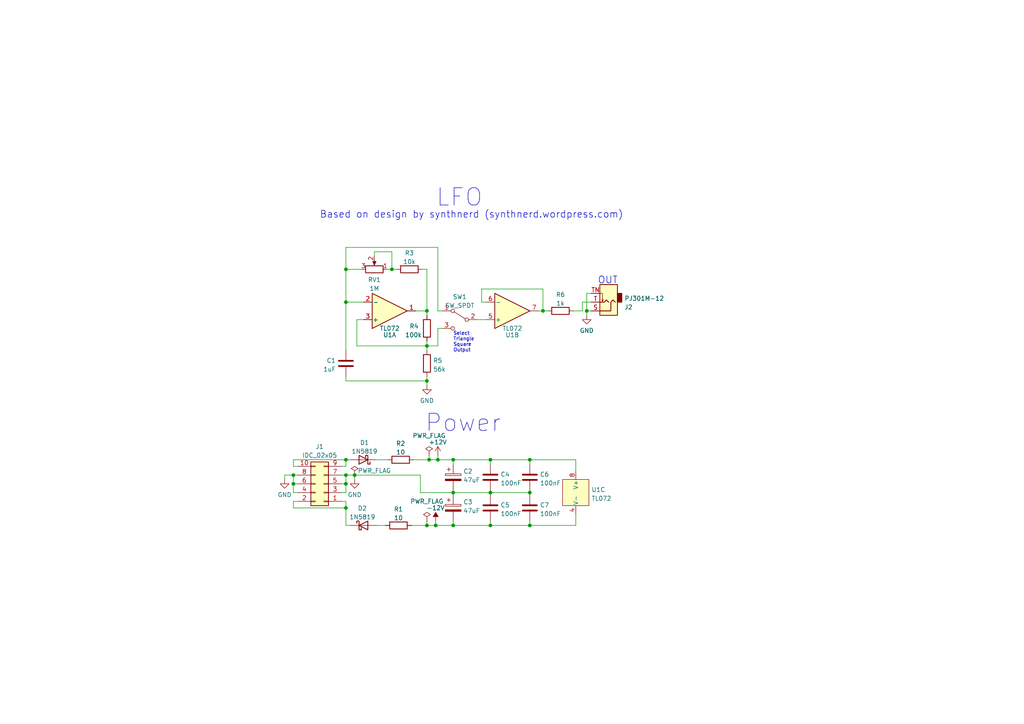
<source format=kicad_sch>
(kicad_sch (version 20211123) (generator eeschema)
  (paper "A4")
  (title_block (title "RW_EM_LFO_A") (date "2022-10-19") (rev "2022-10-19") (comment 1 "Licensed under CERN-OHL-S v2+"))
  (lib_symbols
    (symbol "Connector_Generic:Conn_02x05_Odd_Even" (pin_names (offset 1.016) hide)
      (property "Reference" "J" (at 1.27 7.62 0))
      (property "Value" "Conn_02x05_Odd_Even" (at 1.27 -7.62 0))
      (symbol "Conn_02x05_Odd_Even_1_1"
        (rectangle (start -1.27 -4.953) (end 0 -5.207) (stroke (width 0.1524)))
        (rectangle (start -1.27 -2.413) (end 0 -2.667) (stroke (width 0.1524)))
        (rectangle (start -1.27 0.127) (end 0 -0.127) (stroke (width 0.1524)))
        (rectangle (start -1.27 2.667) (end 0 2.413) (stroke (width 0.1524)))
        (rectangle (start -1.27 5.207) (end 0 4.953) (stroke (width 0.1524)))
        (rectangle (start -1.27 6.35) (end 3.81 -6.35) (stroke (width 0.254)) (fill (type background)))
        (rectangle (start 3.81 -4.953) (end 2.54 -5.207) (stroke (width 0.1524)))
        (rectangle (start 3.81 -2.413) (end 2.54 -2.667) (stroke (width 0.1524)))
        (rectangle (start 3.81 0.127) (end 2.54 -0.127) (stroke (width 0.1524)))
        (rectangle (start 3.81 2.667) (end 2.54 2.413) (stroke (width 0.1524)))
        (rectangle (start 3.81 5.207) (end 2.54 4.953) (stroke (width 0.1524)))
        (pin passive line (at -5.08 5.08 0) (length 3.81) (name "Pin_1") (number "1"))
        (pin passive line (at 7.62 -5.08 180) (length 3.81) (name "Pin_10") (number "10"))
        (pin passive line (at 7.62 5.08 180) (length 3.81) (name "Pin_2") (number "2"))
        (pin passive line (at -5.08 2.54 0) (length 3.81) (name "Pin_3") (number "3"))
        (pin passive line (at 7.62 2.54 180) (length 3.81) (name "Pin_4") (number "4"))
        (pin passive line (at -5.08 0 0) (length 3.81) (name "Pin_5") (number "5"))
        (pin passive line (at 7.62 0 180) (length 3.81) (name "Pin_6") (number "6"))
        (pin passive line (at -5.08 -2.54 0) (length 3.81) (name "Pin_7") (number "7"))
        (pin passive line (at 7.62 -2.54 180) (length 3.81) (name "Pin_8") (number "8"))
        (pin passive line (at -5.08 -5.08 0) (length 3.81) (name "Pin_9") (number "9"))
      )
    )
    (symbol "Device:C" (pin_numbers hide) (pin_names (offset 0.254))
      (property "Reference" "C" (at 0.635 2.54 0))
      (property "Value" "C" (at 0.635 -2.54 0))
      (symbol "C_0_1"
        (polyline (pts (xy -2.032 -0.762) (xy 2.032 -0.762)) (stroke (width 0.508)))
        (polyline (pts (xy -2.032 0.762) (xy 2.032 0.762)) (stroke (width 0.508)))
      )
      (symbol "C_1_1"
        (pin passive line (at 0 3.81 270) (length 2.794) (name "~") (number "1"))
        (pin passive line (at 0 -3.81 90) (length 2.794) (name "~") (number "2"))
      )
    )
    (symbol "Device:C_Polarized" (pin_numbers hide) (pin_names (offset 0.254))
      (property "Reference" "C" (at 0.635 2.54 0))
      (property "Value" "C_Polarized" (at 0.635 -2.54 0))
      (symbol "C_Polarized_0_1"
        (rectangle (start -2.286 0.508) (end 2.286 1.016))
        (polyline (pts (xy -1.778 2.286) (xy -0.762 2.286)))
        (polyline (pts (xy -1.27 2.794) (xy -1.27 1.778)))
        (rectangle (start 2.286 -0.508) (end -2.286 -1.016) (fill (type outline)))
      )
      (symbol "C_Polarized_1_1"
        (pin passive line (at 0 3.81 270) (length 2.794) (name "~") (number "1"))
        (pin passive line (at 0 -3.81 90) (length 2.794) (name "~") (number "2"))
      )
    )
    (symbol "Device:R" (pin_numbers hide) (pin_names (offset 0))
      (property "Reference" "R" (at 2.032 0 90))
      (property "Value" "R" (at 0 0 90))
      (symbol "R_0_1"
        (rectangle (start -1.016 -2.54) (end 1.016 2.54) (stroke (width 0.254)))
      )
      (symbol "R_1_1"
        (pin passive line (at 0 3.81 270) (length 1.27) (name "~") (number "1"))
        (pin passive line (at 0 -3.81 90) (length 1.27) (name "~") (number "2"))
      )
    )
    (symbol "Device:R_Potentiometer" (pin_names (offset 1.016) hide)
      (property "Reference" "RV" (at -4.445 0 90))
      (property "Value" "R_Potentiometer" (at -2.54 0 90))
      (symbol "R_Potentiometer_0_1"
        (polyline (pts (xy 2.54 0) (xy 1.524 0)))
        (polyline (pts (xy 1.143 0) (xy 2.286 0.508) (xy 2.286 -0.508) (xy 1.143 0)) (fill (type outline)))
        (rectangle (start 1.016 2.54) (end -1.016 -2.54) (stroke (width 0.254)))
      )
      (symbol "R_Potentiometer_1_1"
        (pin passive line (at 0 3.81 270) (length 1.27) (name "1") (number "1"))
        (pin passive line (at 3.81 0 180) (length 1.27) (name "2") (number "2"))
        (pin passive line (at 0 -3.81 90) (length 1.27) (name "3") (number "3"))
      )
    )
    (symbol "Diode:1N5819" (pin_numbers hide) (pin_names (offset 1.016) hide)
      (property "Reference" "D" (at 0 2.54 0))
      (property "Value" "1N5819" (at 0 -2.54 0))
      (symbol "1N5819_0_1"
        (polyline (pts (xy 1.27 0) (xy -1.27 0)))
        (polyline (pts (xy 1.27 1.27) (xy 1.27 -1.27) (xy -1.27 0) (xy 1.27 1.27)) (stroke (width 0.254)))
        (polyline (pts (xy -1.905 0.635) (xy -1.905 1.27) (xy -1.27 1.27) (xy -1.27 -1.27) (xy -0.635 -1.27) (xy -0.635 -0.635)) (stroke (width 0.254)))
      )
      (symbol "1N5819_1_1"
        (pin passive line (at -3.81 0 0) (length 2.54) (name "K") (number "1"))
        (pin passive line (at 3.81 0 180) (length 2.54) (name "A") (number "2"))
      )
    )
    (symbol "RW_EurorackModular:PJ301M-12"
      (property "Reference" "J" (at 0 8.89 0))
      (property "Value" "PJ301M-12" (at 0 6.35 0))
      (symbol "PJ301M-12_0_1"
        (rectangle (start -2.54 0) (end -3.81 -2.54) (stroke (width 0.254)) (fill (type outline)))
        (polyline (pts (xy 1.778 -0.254) (xy 2.032 -0.762)))
        (polyline (pts (xy 0 0) (xy 0.635 -0.635) (xy 1.27 0) (xy 2.54 0)) (stroke (width 0.254)))
        (polyline (pts (xy 2.54 -2.54) (xy 1.778 -2.54) (xy 1.778 -0.254) (xy 1.524 -0.762)))
        (polyline (pts (xy 2.54 2.54) (xy -0.635 2.54) (xy -0.635 0) (xy -1.27 -0.635) (xy -1.905 0)) (stroke (width 0.254)))
        (rectangle (start 2.54 3.81) (end -2.54 -5.08) (stroke (width 0.254)) (fill (type background)))
      )
      (symbol "PJ301M-12_1_1"
        (pin passive line (at 5.08 2.54 180) (length 2.54) (name "~") (number "S"))
        (pin passive line (at 5.08 0 180) (length 2.54) (name "~") (number "T"))
        (pin passive line (at 5.08 -2.54 180) (length 2.54) (name "~") (number "TN"))
      )
    )
    (symbol "RW_EurorackModular:TL072" (pin_names (offset 0.127))
      (property "Reference" "U" (at 0 5.08 0))
      (property "Value" "TL072" (at 0 -5.08 0))
      (symbol "TL072_1_1"
        (polyline (pts (xy -5.08 5.08) (xy 5.08 0) (xy -5.08 -5.08) (xy -5.08 5.08)) (stroke (width 0.254)) (fill (type background)))
        (pin output line (at 7.62 0 180) (length 2.54) (name "~") (number "1"))
        (pin input line (at -7.62 -2.54 0) (length 2.54) (name "-") (number "2"))
        (pin input line (at -7.62 2.54 0) (length 2.54) (name "+") (number "3"))
      )
      (symbol "TL072_2_1"
        (polyline (pts (xy -5.08 5.08) (xy 5.08 0) (xy -5.08 -5.08) (xy -5.08 5.08)) (stroke (width 0.254)) (fill (type background)))
        (pin input line (at -7.62 2.54 0) (length 2.54) (name "+") (number "5"))
        (pin input line (at -7.62 -2.54 0) (length 2.54) (name "-") (number "6"))
        (pin output line (at 7.62 0 180) (length 2.54) (name "~") (number "7"))
      )
      (symbol "TL072_3_1"
        (rectangle (start -6.35 3.81) (end 1.27 -3.81) (stroke (width 0.1524)) (fill (type background)))
        (pin power_in line (at -2.54 -6.35 90) (length 2.54) (name "V-") (number "4"))
        (pin power_in line (at -2.54 6.35 270) (length 2.54) (name "V+") (number "8"))
      )
    )
    (symbol "Switch:SW_SPDT" (pin_names (offset 0) hide)
      (property "Reference" "SW" (at 0 4.318 0))
      (property "Value" "SW_SPDT" (at 0 -5.08 0))
      (symbol "SW_SPDT_0_0"
        (circle (center -2.032 0) (radius 0.508))
        (circle (center 2.032 -2.54) (radius 0.508))
      )
      (symbol "SW_SPDT_0_1"
        (polyline (pts (xy -1.524 0.254) (xy 1.651 2.286)))
        (circle (center 2.032 2.54) (radius 0.508))
      )
      (symbol "SW_SPDT_1_1"
        (pin passive line (at 5.08 2.54 180) (length 2.54) (name "A") (number "1"))
        (pin passive line (at -5.08 0 0) (length 2.54) (name "B") (number "2"))
        (pin passive line (at 5.08 -2.54 180) (length 2.54) (name "C") (number "3"))
      )
    )
    (symbol "TL072_2" (pin_names (offset 0.127))
      (property "Reference" "U" (at 0 5.08 0))
      (property "Value" "TL072_2" (at 0 -5.08 0))
      (symbol "TL072_2_1_1"
        (polyline (pts (xy -5.08 5.08) (xy 5.08 0) (xy -5.08 -5.08) (xy -5.08 5.08)) (stroke (width 0.254)) (fill (type background)))
        (pin output line (at 7.62 0 180) (length 2.54) (name "~") (number "1"))
        (pin input line (at -7.62 -2.54 0) (length 2.54) (name "-") (number "2"))
        (pin input line (at -7.62 2.54 0) (length 2.54) (name "+") (number "3"))
      )
      (symbol "TL072_2_2_1"
        (polyline (pts (xy -5.08 5.08) (xy 5.08 0) (xy -5.08 -5.08) (xy -5.08 5.08)) (stroke (width 0.254)) (fill (type background)))
        (pin input line (at -7.62 2.54 0) (length 2.54) (name "+") (number "5"))
        (pin input line (at -7.62 -2.54 0) (length 2.54) (name "-") (number "6"))
        (pin output line (at 7.62 0 180) (length 2.54) (name "~") (number "7"))
      )
      (symbol "TL072_2_3_1"
        (rectangle (start -6.35 3.81) (end 1.27 -3.81) (stroke (width 0.1524)) (fill (type background)))
        (pin power_in line (at -2.54 -6.35 90) (length 2.54) (name "V-") (number "4"))
        (pin power_in line (at -2.54 6.35 270) (length 2.54) (name "V+") (number "8"))
      )
    )
    (symbol "power:+12V" (power) (pin_names (offset 0))
      (property "Value" "+12V" (at 0 3.556 0))
      (symbol "+12V_0_1"
        (polyline (pts (xy -0.762 1.27) (xy 0 2.54)))
        (polyline (pts (xy 0 0) (xy 0 2.54)))
        (polyline (pts (xy 0 2.54) (xy 0.762 1.27)))
      )
      (symbol "+12V_1_1"
        (pin power_in line (at 0 0 90) (length 0) hide (name "+12V") (number "1"))
      )
    )
    (symbol "power:-12V" (power) (pin_names (offset 0))
      (property "Value" "-12V" (at 0 3.81 0))
      (symbol "-12V_0_0"
        (pin power_in line (at 0 0 90) (length 0) hide (name "-12V") (number "1"))
      )
      (symbol "-12V_0_1"
        (polyline (pts (xy 0 0) (xy 0 1.27) (xy 0.762 1.27) (xy 0 2.54) (xy -0.762 1.27) (xy 0 1.27)) (fill (type outline)))
      )
    )
    (symbol "power:GND" (power) (pin_names (offset 0))
      (property "Value" "GND" (at 0 -3.81 0))
      (symbol "GND_0_1"
        (polyline (pts (xy 0 0) (xy 0 -1.27) (xy 1.27 -1.27) (xy 0 -2.54) (xy -1.27 -1.27) (xy 0 -1.27)))
      )
      (symbol "GND_1_1"
        (pin power_in line (at 0 0 270) (length 0) hide (name "GND") (number "1"))
      )
    )
    (symbol "power:PWR_FLAG" (power) (pin_numbers hide) (pin_names (offset 0) hide)
      (property "Value" "PWR_FLAG" (at 0 3.81 0))
      (symbol "PWR_FLAG_0_0"
        (pin power_out line (at 0 0 90) (length 0) (name "pwr") (number "1"))
      )
      (symbol "PWR_FLAG_0_1"
        (polyline (pts (xy 0 0) (xy 0 1.27) (xy -1.016 1.905) (xy 0 2.54) (xy 1.016 1.905) (xy 0 1.27)))
      )
    )
  )
  (junction (at 153.67 152.4))
  (junction (at 142.24 142.875))
  (junction (at 153.67 142.875))
  (junction (at 124.46 133.35))
  (junction (at 127 133.35))
  (junction (at 100.33 133.35))
  (junction (at 100.33 137.795))
  (junction (at 157.48 90.17))
  (junction (at 142.24 133.35))
  (junction (at 85.09 140.335))
  (junction (at 113.665 78.105))
  (junction (at 85.09 137.795))
  (junction (at 153.67 133.35))
  (junction (at 100.33 140.335))
  (junction (at 123.825 152.4))
  (junction (at 170.18 90.17))
  (junction (at 131.445 152.4))
  (junction (at 142.24 152.4))
  (junction (at 102.87 137.795))
  (junction (at 131.445 133.35))
  (junction (at 123.825 110.49))
  (junction (at 100.33 147.32))
  (junction (at 100.33 87.63))
  (junction (at 131.445 142.875))
  (junction (at 126.365 152.4))
  (junction (at 100.33 78.105))
  (junction (at 123.825 100.33))
  (junction (at 123.825 90.17))
  (wire (pts (xy 126.365 152.4) (xy 131.445 152.4)))
  (wire (pts (xy 142.24 152.4) (xy 153.67 152.4)))
  (wire (pts (xy 131.445 142.875) (xy 142.24 142.875)))
  (wire (pts (xy 85.09 145.415) (xy 85.09 147.32)))
  (wire (pts (xy 127 133.35) (xy 131.445 133.35)))
  (wire (pts (xy 170.18 90.17) (xy 171.45 90.17)))
  (wire (pts (xy 100.33 152.4) (xy 101.6 152.4)))
  (wire (pts (xy 100.33 109.22) (xy 100.33 110.49)))
  (wire (pts (xy 85.09 142.875) (xy 86.36 142.875)))
  (wire (pts (xy 127 95.25) (xy 128.27 95.25)))
  (wire (pts (xy 108.585 73.025) (xy 113.665 73.025)))
  (wire (pts (xy 167.005 133.35) (xy 167.005 136.525)))
  (wire (pts (xy 142.24 142.24) (xy 142.24 142.875)))
  (wire (pts (xy 142.24 134.62) (xy 142.24 133.35)))
  (wire (pts (xy 100.33 145.415) (xy 99.06 145.415)))
  (wire (pts (xy 109.22 133.35) (xy 112.395 133.35)))
  (wire (pts (xy 85.09 135.255) (xy 85.09 133.35)))
  (wire (pts (xy 123.825 90.17) (xy 123.825 91.44)))
  (wire (pts (xy 100.33 87.63) (xy 100.33 78.105)))
  (wire (pts (xy 131.445 134.62) (xy 131.445 133.35)))
  (wire (pts (xy 100.33 78.105) (xy 104.775 78.105)))
  (wire (pts (xy 127 100.33) (xy 127 95.25)))
  (wire (pts (xy 100.33 147.32) (xy 100.33 152.4)))
  (wire (pts (xy 121.92 142.875) (xy 131.445 142.875)))
  (wire (pts (xy 100.33 142.875) (xy 99.06 142.875)))
  (wire (pts (xy 123.825 90.17) (xy 120.65 90.17)))
  (wire (pts (xy 168.91 87.63) (xy 168.91 90.17)))
  (wire (pts (xy 123.825 100.33) (xy 123.825 101.6)))
  (wire (pts (xy 171.45 87.63) (xy 168.91 87.63)))
  (wire (pts (xy 102.87 137.795) (xy 121.92 137.795)))
  (wire (pts (xy 113.665 78.105) (xy 114.935 78.105)))
  (wire (pts (xy 123.825 78.105) (xy 123.825 90.17)))
  (wire (pts (xy 99.06 137.795) (xy 100.33 137.795)))
  (wire (pts (xy 127 133.35) (xy 127 132.08)))
  (wire (pts (xy 168.91 90.17) (xy 166.37 90.17)))
  (wire (pts (xy 157.48 90.17) (xy 156.21 90.17)))
  (wire (pts (xy 102.87 137.795) (xy 102.87 139.065)))
  (wire (pts (xy 171.45 85.09) (xy 170.18 85.09)))
  (wire (pts (xy 131.445 142.24) (xy 131.445 142.875)))
  (wire (pts (xy 120.015 133.35) (xy 124.46 133.35)))
  (wire (pts (xy 109.22 152.4) (xy 111.76 152.4)))
  (wire (pts (xy 85.09 137.795) (xy 85.09 140.335)))
  (wire (pts (xy 99.06 140.335) (xy 100.33 140.335)))
  (wire (pts (xy 112.395 78.105) (xy 113.665 78.105)))
  (wire (pts (xy 85.09 140.335) (xy 85.09 142.875)))
  (wire (pts (xy 100.33 140.335) (xy 100.33 142.875)))
  (wire (pts (xy 85.09 140.335) (xy 86.36 140.335)))
  (wire (pts (xy 153.67 151.13) (xy 153.67 152.4)))
  (wire (pts (xy 86.36 135.255) (xy 85.09 135.255)))
  (wire (pts (xy 108.585 74.295) (xy 108.585 73.025)))
  (wire (pts (xy 103.505 92.71) (xy 103.505 100.33)))
  (wire (pts (xy 127 90.17) (xy 128.27 90.17)))
  (wire (pts (xy 123.825 99.06) (xy 123.825 100.33)))
  (wire (pts (xy 82.55 137.795) (xy 82.55 139.065)))
  (wire (pts (xy 121.92 137.795) (xy 121.92 142.875)))
  (wire (pts (xy 142.24 142.875) (xy 142.24 143.51)))
  (wire (pts (xy 100.33 87.63) (xy 105.41 87.63)))
  (wire (pts (xy 131.445 142.875) (xy 131.445 143.51)))
  (wire (pts (xy 139.7 83.82) (xy 157.48 83.82)))
  (wire (pts (xy 131.445 133.35) (xy 142.24 133.35)))
  (wire (pts (xy 131.445 151.13) (xy 131.445 152.4)))
  (wire (pts (xy 157.48 90.17) (xy 158.75 90.17)))
  (wire (pts (xy 100.33 133.35) (xy 100.33 135.255)))
  (wire (pts (xy 126.365 152.4) (xy 126.365 151.13)))
  (wire (pts (xy 170.18 85.09) (xy 170.18 90.17)))
  (wire (pts (xy 139.7 87.63) (xy 139.7 83.82)))
  (wire (pts (xy 153.67 142.875) (xy 153.67 142.24)))
  (wire (pts (xy 127 71.755) (xy 127 90.17)))
  (wire (pts (xy 131.445 152.4) (xy 142.24 152.4)))
  (wire (pts (xy 153.67 133.35) (xy 167.005 133.35)))
  (wire (pts (xy 100.33 137.795) (xy 102.87 137.795)))
  (wire (pts (xy 100.33 78.105) (xy 100.33 71.755)))
  (wire (pts (xy 86.36 137.795) (xy 85.09 137.795)))
  (wire (pts (xy 100.33 71.755) (xy 127 71.755)))
  (wire (pts (xy 140.97 87.63) (xy 139.7 87.63)))
  (wire (pts (xy 123.825 152.4) (xy 126.365 152.4)))
  (wire (pts (xy 142.24 152.4) (xy 142.24 151.13)))
  (wire (pts (xy 113.665 73.025) (xy 113.665 78.105)))
  (wire (pts (xy 85.09 137.795) (xy 82.55 137.795)))
  (wire (pts (xy 100.33 137.795) (xy 100.33 140.335)))
  (wire (pts (xy 153.67 152.4) (xy 167.005 152.4)))
  (wire (pts (xy 103.505 100.33) (xy 123.825 100.33)))
  (wire (pts (xy 123.825 110.49) (xy 123.825 111.76)))
  (wire (pts (xy 100.33 110.49) (xy 123.825 110.49)))
  (wire (pts (xy 153.67 142.875) (xy 153.67 143.51)))
  (wire (pts (xy 123.825 100.33) (xy 127 100.33)))
  (wire (pts (xy 119.38 152.4) (xy 123.825 152.4)))
  (wire (pts (xy 124.46 133.35) (xy 124.46 132.08)))
  (wire (pts (xy 103.505 92.71) (xy 105.41 92.71)))
  (wire (pts (xy 85.09 147.32) (xy 100.33 147.32)))
  (wire (pts (xy 100.33 135.255) (xy 99.06 135.255)))
  (wire (pts (xy 85.09 145.415) (xy 86.36 145.415)))
  (wire (pts (xy 142.24 133.35) (xy 153.67 133.35)))
  (wire (pts (xy 100.33 101.6) (xy 100.33 87.63)))
  (wire (pts (xy 123.825 109.22) (xy 123.825 110.49)))
  (wire (pts (xy 170.18 90.17) (xy 170.18 91.44)))
  (wire (pts (xy 157.48 83.82) (xy 157.48 90.17)))
  (wire (pts (xy 122.555 78.105) (xy 123.825 78.105)))
  (wire (pts (xy 123.825 152.4) (xy 123.825 151.13)))
  (wire (pts (xy 85.09 133.35) (xy 100.33 133.35)))
  (wire (pts (xy 124.46 133.35) (xy 127 133.35)))
  (wire (pts (xy 100.33 133.35) (xy 101.6 133.35)))
  (wire (pts (xy 100.33 147.32) (xy 100.33 145.415)))
  (wire (pts (xy 142.24 142.875) (xy 153.67 142.875)))
  (wire (pts (xy 138.43 92.71) (xy 140.97 92.71)))
  (wire (pts (xy 153.67 133.35) (xy 153.67 134.62)))
  (wire (pts (xy 167.005 152.4) (xy 167.005 149.225)))
  (text "OUT" (at 173.355 82.55 0) (effects (font (size 2 2)) (justify left bottom)))
  (text "Power" (at 123.19 125.73 0) (effects (font (size 5 5)) (justify left bottom)))
  (text "Select\nTriangle\nSquare\nOutput" (at 131.445 102.235 0) (effects (font (size 1 1)) (justify left bottom)))
  (text "LFO" (at 126.365 60.325 0) (effects (font (size 5 5)) (justify left bottom)))
  (text "Based on design by synthnerd (synthnerd.wordpress.com)" (at 92.71 63.5 0) (effects (font (size 2 2)) (justify left bottom)))
  (symbol (lib_id "Switch:SW_SPDT") (at 133.35 92.71 0) (mirror y) (unit 1)
    (property "Reference" "SW1" (at 133.35 86.0892 0))
    (property "Value" "SW_SPDT" (at 133.35 88.6261 0))
    (property "Footprint" "RW_EurorackModular:Toggle_Switch_LUGS_SPDT" (effects hide))
  )
  (symbol (lib_id "Diode:1N5819") (at 105.41 152.4 0) (unit 1)
    (property "Reference" "D2" (at 105.0925 147.4302 0))
    (property "Value" "1N5819" (at 105.0925 149.9671 0))
    (property "Footprint" "Diode_THT:D_DO-41_SOD81_P10.16mm_Horizontal" (effects hide))
    (property "Datasheet" "http://www.vishay.com/docs/88525/1n5817.pdf" (effects hide))
  )
  (symbol (lib_id "power:-12V") (at 126.365 151.13 0) (unit 1)
    (property "Reference" "#PWR04" (effects hide))
    (property "Value" "-12V" (at 126.365 147.32 0))
  )
  (symbol (lib_id "RW_EurorackModular:PJ301M-12") (at 176.53 87.63 180) (unit 1)
    (property "Reference" "J2" (at 181.102 89.0997 0) (effects (justify right)))
    (property "Value" "PJ301M-12" (at 181.102 86.5628 0) (effects (justify right)))
    (property "Footprint" "RW_EurorackModular:PJ301M-12" (effects hide))
  )
  (symbol (lib_id "power:+12V") (at 127 132.08 0) (unit 1)
    (property "Reference" "#PWR05" (effects hide))
    (property "Value" "+12V" (at 127 128.27 0))
  )
  (symbol (lib_id "Device:R") (at 115.57 152.4 90) (unit 1)
    (property "Reference" "R1" (at 115.57 147.6842 90))
    (property "Value" "10" (at 115.57 150.2211 90))
    (property "Footprint" "Resistor_THT:R_Axial_DIN0207_L6.3mm_D2.5mm_P10.16mm_Horizontal" (effects hide))
  )
  (symbol (lib_id "Diode:1N5819") (at 105.41 133.35 180) (unit 1)
    (property "Reference" "D1" (at 105.7275 128.3802 0))
    (property "Value" "1N5819" (at 105.7275 130.9171 0))
    (property "Footprint" "Diode_THT:D_DO-41_SOD81_P10.16mm_Horizontal" (effects hide))
    (property "Datasheet" "http://www.vishay.com/docs/88525/1n5817.pdf" (effects hide))
  )
  (symbol (lib_id "Device:C") (at 100.33 105.41 0) (mirror x) (unit 1)
    (property "Reference" "C1" (at 97.4091 104.5753 0) (effects (justify right)))
    (property "Value" "1uF" (at 97.4091 107.1122 0) (effects (justify right)))
    (property "Footprint" "Capacitor_THT:C_Rect_L7.2mm_W3.5mm_P5.00mm_FKS2_FKP2_MKS2_MKP2" (effects hide))
  )
  (symbol (lib_id "Device:C") (at 142.24 147.32 0) (unit 1)
    (property "Reference" "C5" (at 145.161 146.4853 0) (effects (justify left)))
    (property "Value" "100nF" (at 145.161 149.0222 0) (effects (justify left)))
    (property "Footprint" "Capacitor_THT:C_Disc_D5.0mm_W2.5mm_P5.00mm" (effects hide))
  )
  (symbol (lib_id "Device:R_Potentiometer") (at 108.585 78.105 270) (mirror x) (unit 1)
    (property "Reference" "RV1" (at 108.585 81.1514 90))
    (property "Value" "1M" (at 108.585 83.6883 90))
    (property "Footprint" "RW_EurorackModular:Potentiometer_R0904N_SongHuei" (effects hide))
  )
  (symbol (lib_id "Device:R") (at 116.205 133.35 90) (unit 1)
    (property "Reference" "R2" (at 116.205 128.6342 90))
    (property "Value" "10" (at 116.205 131.1711 90))
    (property "Footprint" "Resistor_THT:R_Axial_DIN0207_L6.3mm_D2.5mm_P10.16mm_Horizontal" (effects hide))
  )
  (symbol (lib_id "RW_EurorackModular:TL072") (at 169.545 142.875 0) (unit 3)
    (property "Reference" "U1" (at 171.5262 142.0403 0) (effects (justify left)))
    (property "Value" "TL072" (at 171.5262 144.5772 0) (effects (justify left)))
    (property "Footprint" "Package_DIP:DIP-8_W7.62mm" (effects hide))
  )
  (symbol (lib_id "power:GND") (at 82.55 139.065 0) (unit 1)
    (property "Reference" "#PWR01" (effects hide))
    (property "Value" "GND" (at 82.55 143.5084 0))
  )
  (symbol (lib_name "TL072_2") (lib_id "RW_EurorackModular:TL072") (at 113.03 90.17 0) (mirror x) (unit 1)
    (property "Reference" "U1" (at 113.03 97.155 0))
    (property "Value" "TL072" (at 113.03 95.25 0))
    (property "Footprint" "Package_DIP:DIP-8_W7.62mm" (effects hide))
  )
  (symbol (lib_id "Device:R") (at 118.745 78.105 90) (unit 1)
    (property "Reference" "R3" (at 118.745 73.3892 90))
    (property "Value" "10k" (at 118.745 75.9261 90))
    (property "Footprint" "Resistor_THT:R_Axial_DIN0207_L6.3mm_D2.5mm_P10.16mm_Horizontal" (effects hide))
  )
  (symbol (lib_id "power:PWR_FLAG") (at 123.825 151.13 0) (unit 1)
    (property "Reference" "#FLG02" (effects hide))
    (property "Value" "PWR_FLAG" (at 123.825 145.415 0))
  )
  (symbol (lib_id "Device:C") (at 153.67 147.32 0) (unit 1)
    (property "Reference" "C7" (at 156.591 146.4853 0) (effects (justify left)))
    (property "Value" "100nF" (at 156.591 149.0222 0) (effects (justify left)))
    (property "Footprint" "Capacitor_THT:C_Disc_D5.0mm_W2.5mm_P5.00mm" (effects hide))
  )
  (symbol (lib_id "power:GND") (at 123.825 111.76 0) (unit 1)
    (property "Reference" "#PWR03" (effects hide))
    (property "Value" "GND" (at 123.825 116.2034 0))
  )
  (symbol (lib_id "Connector_Generic:Conn_02x05_Odd_Even") (at 93.98 140.335 180) (unit 1)
    (property "Reference" "J1" (at 92.71 129.54 0))
    (property "Value" "IDC_02x05" (at 92.71 132.08 0))
    (property "Footprint" "Connector_IDC:IDC-Header_2x05_P2.54mm_Vertical" (effects hide))
  )
  (symbol (lib_id "power:PWR_FLAG") (at 124.46 132.08 0) (unit 1)
    (property "Reference" "#FLG03" (effects hide))
    (property "Value" "PWR_FLAG" (at 124.46 126.365 0))
  )
  (symbol (lib_id "Device:R") (at 123.825 95.25 0) (unit 1)
    (property "Reference" "R4" (at 118.745 94.615 0) (effects (justify left)))
    (property "Value" "100k" (at 117.475 97.155 0) (effects (justify left)))
    (property "Footprint" "Resistor_THT:R_Axial_DIN0207_L6.3mm_D2.5mm_P10.16mm_Horizontal" (effects hide))
  )
  (symbol (lib_id "Device:C") (at 142.24 138.43 0) (unit 1)
    (property "Reference" "C4" (at 145.161 137.5953 0) (effects (justify left)))
    (property "Value" "100nF" (at 145.161 140.1322 0) (effects (justify left)))
    (property "Footprint" "Capacitor_THT:C_Disc_D5.0mm_W2.5mm_P5.00mm" (effects hide))
  )
  (symbol (lib_id "Device:R") (at 162.56 90.17 90) (unit 1)
    (property "Reference" "R6" (at 162.56 85.4542 90))
    (property "Value" "1k" (at 162.56 87.9911 90))
    (property "Footprint" "Resistor_THT:R_Axial_DIN0207_L6.3mm_D2.5mm_P10.16mm_Horizontal" (effects hide))
  )
  (symbol (lib_id "Device:C_Polarized") (at 131.445 138.43 0) (unit 1)
    (property "Reference" "C2" (at 134.366 136.7063 0) (effects (justify left)))
    (property "Value" "47uF" (at 134.366 139.2432 0) (effects (justify left)))
    (property "Footprint" "Capacitor_THT:CP_Radial_D5.0mm_P2.00mm" (effects hide))
  )
  (symbol (lib_id "Device:C") (at 153.67 138.43 0) (unit 1)
    (property "Reference" "C6" (at 156.591 137.5953 0) (effects (justify left)))
    (property "Value" "100nF" (at 156.591 140.1322 0) (effects (justify left)))
    (property "Footprint" "Capacitor_THT:C_Disc_D5.0mm_W2.5mm_P5.00mm" (effects hide))
  )
  (symbol (lib_id "power:PWR_FLAG") (at 102.87 137.795 0) (unit 1)
    (property "Reference" "#FLG01" (effects hide))
    (property "Value" "PWR_FLAG" (at 108.585 136.525 0))
  )
  (symbol (lib_id "power:GND") (at 102.87 139.065 0) (unit 1)
    (property "Reference" "#PWR02" (effects hide))
    (property "Value" "GND" (at 102.87 143.5084 0))
  )
  (symbol (lib_id "power:GND") (at 170.18 91.44 0) (mirror y) (unit 1)
    (property "Reference" "#PWR06" (effects hide))
    (property "Value" "GND" (at 170.18 95.8834 0))
  )
  (symbol (lib_id "RW_EurorackModular:TL072") (at 148.59 90.17 0) (mirror x) (unit 2)
    (property "Reference" "U1" (at 148.59 97.155 0))
    (property "Value" "TL072" (at 148.59 95.25 0))
    (property "Footprint" "Package_DIP:DIP-8_W7.62mm" (effects hide))
  )
  (symbol (lib_id "Device:C_Polarized") (at 131.445 147.32 0) (unit 1)
    (property "Reference" "C3" (at 134.366 145.5963 0) (effects (justify left)))
    (property "Value" "47uF" (at 134.366 148.1332 0) (effects (justify left)))
    (property "Footprint" "Capacitor_THT:CP_Radial_D5.0mm_P2.00mm" (effects hide))
  )
  (symbol (lib_id "Device:R") (at 123.825 105.41 0) (unit 1)
    (property "Reference" "R5" (at 125.603 104.5753 0) (effects (justify left)))
    (property "Value" "56k" (at 125.603 107.1122 0) (effects (justify left)))
    (property "Footprint" "Resistor_THT:R_Axial_DIN0207_L6.3mm_D2.5mm_P10.16mm_Horizontal" (effects hide))
  )
)
</source>
